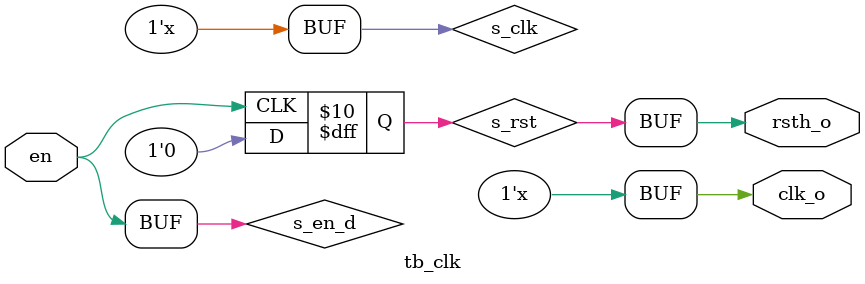
<source format=v>

`timescale 1ns / 1ps

module tb_clk #(
	parameter P_FREQUENCY = 50000000,   // output clk frequency
	parameter P_RST_RELEASE_DLY_US = 50 // reset releasing delay(ms)
) (
	input  wire en,
	output wire clk_o,
	output wire rsth_o
);

reg s_clk;
reg s_rst;
reg s_en_d;

initial s_en_d <= 1'b0;
always #1 s_en_d = en;

always @(posedge s_en_d) begin
	s_clk = 0;
	s_rst = 1;
	#(P_RST_RELEASE_DLY_US * 1000);
	s_rst = 0;
end

always begin
	#(1000 * 1000 * 1000 / P_FREQUENCY / 2) // ns -> s (10**9)
	if (s_en_d) begin
		s_clk = ~s_clk;
	end
end

assign clk_o  = s_clk;
assign rsth_o = s_rst;


endmodule

</source>
